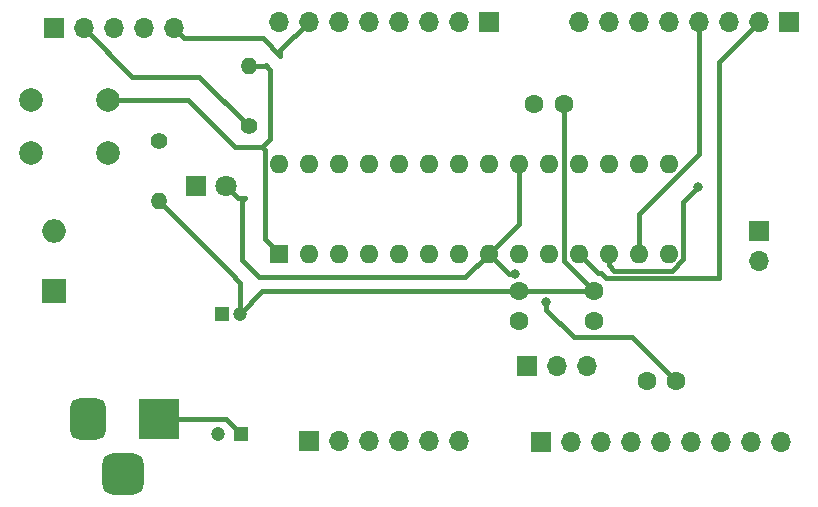
<source format=gbr>
%TF.GenerationSoftware,KiCad,Pcbnew,(6.0.1)*%
%TF.CreationDate,2022-02-10T17:55:29+03:30*%
%TF.ProjectId,PIC Microcontroller Development Board,50494320-4d69-4637-926f-636f6e74726f,rev?*%
%TF.SameCoordinates,Original*%
%TF.FileFunction,Copper,L2,Bot*%
%TF.FilePolarity,Positive*%
%FSLAX46Y46*%
G04 Gerber Fmt 4.6, Leading zero omitted, Abs format (unit mm)*
G04 Created by KiCad (PCBNEW (6.0.1)) date 2022-02-10 17:55:29*
%MOMM*%
%LPD*%
G01*
G04 APERTURE LIST*
G04 Aperture macros list*
%AMRoundRect*
0 Rectangle with rounded corners*
0 $1 Rounding radius*
0 $2 $3 $4 $5 $6 $7 $8 $9 X,Y pos of 4 corners*
0 Add a 4 corners polygon primitive as box body*
4,1,4,$2,$3,$4,$5,$6,$7,$8,$9,$2,$3,0*
0 Add four circle primitives for the rounded corners*
1,1,$1+$1,$2,$3*
1,1,$1+$1,$4,$5*
1,1,$1+$1,$6,$7*
1,1,$1+$1,$8,$9*
0 Add four rect primitives between the rounded corners*
20,1,$1+$1,$2,$3,$4,$5,0*
20,1,$1+$1,$4,$5,$6,$7,0*
20,1,$1+$1,$6,$7,$8,$9,0*
20,1,$1+$1,$8,$9,$2,$3,0*%
G04 Aperture macros list end*
%TA.AperFunction,ComponentPad*%
%ADD10R,1.600000X1.600000*%
%TD*%
%TA.AperFunction,ComponentPad*%
%ADD11O,1.600000X1.600000*%
%TD*%
%TA.AperFunction,ComponentPad*%
%ADD12R,2.000000X2.000000*%
%TD*%
%TA.AperFunction,ComponentPad*%
%ADD13O,2.000000X2.000000*%
%TD*%
%TA.AperFunction,ComponentPad*%
%ADD14C,2.000000*%
%TD*%
%TA.AperFunction,ComponentPad*%
%ADD15C,1.400000*%
%TD*%
%TA.AperFunction,ComponentPad*%
%ADD16O,1.400000X1.400000*%
%TD*%
%TA.AperFunction,ComponentPad*%
%ADD17R,1.700000X1.700000*%
%TD*%
%TA.AperFunction,ComponentPad*%
%ADD18O,1.700000X1.700000*%
%TD*%
%TA.AperFunction,ComponentPad*%
%ADD19R,3.500000X3.500000*%
%TD*%
%TA.AperFunction,ComponentPad*%
%ADD20RoundRect,0.750000X-0.750000X-1.000000X0.750000X-1.000000X0.750000X1.000000X-0.750000X1.000000X0*%
%TD*%
%TA.AperFunction,ComponentPad*%
%ADD21RoundRect,0.875000X-0.875000X-0.875000X0.875000X-0.875000X0.875000X0.875000X-0.875000X0.875000X0*%
%TD*%
%TA.AperFunction,ComponentPad*%
%ADD22R,1.800000X1.800000*%
%TD*%
%TA.AperFunction,ComponentPad*%
%ADD23C,1.800000*%
%TD*%
%TA.AperFunction,ComponentPad*%
%ADD24C,1.600000*%
%TD*%
%TA.AperFunction,ComponentPad*%
%ADD25R,1.200000X1.200000*%
%TD*%
%TA.AperFunction,ComponentPad*%
%ADD26C,1.200000*%
%TD*%
%TA.AperFunction,ViaPad*%
%ADD27C,0.800000*%
%TD*%
%TA.AperFunction,Conductor*%
%ADD28C,0.400000*%
%TD*%
G04 APERTURE END LIST*
D10*
%TO.P,U2,1,Vpp/~{MCLR}/RE3*%
%TO.N,MCLR*%
X120660000Y-97780000D03*
D11*
%TO.P,U2,2,RA0/AN0*%
%TO.N,RA0*%
X123200000Y-97780000D03*
%TO.P,U2,3,RA1/AN1*%
%TO.N,RA1*%
X125740000Y-97780000D03*
%TO.P,U2,4,RA2/AN2/Vref-/CVref*%
%TO.N,RA2*%
X128280000Y-97780000D03*
%TO.P,U2,5,RA3/AN3/Vref+*%
%TO.N,RA3*%
X130820000Y-97780000D03*
%TO.P,U2,6,RA4/T0CKI/C1OUT/RCV*%
%TO.N,RA4*%
X133360000Y-97780000D03*
%TO.P,U2,7,RA5/AN4/~{SS}/HLVDIN/C2OUT*%
%TO.N,RA5*%
X135900000Y-97780000D03*
%TO.P,U2,8,VSS*%
%TO.N,+5V*%
X138440000Y-97780000D03*
%TO.P,U2,9,OSC1/CLKI*%
%TO.N,OSC1*%
X140980000Y-97780000D03*
%TO.P,U2,10,RA6/OSC2/CLKO*%
%TO.N,OSC2*%
X143520000Y-97780000D03*
%TO.P,U2,11,T1OSO/T13CKI/RC0*%
%TO.N,RC0*%
X146060000Y-97780000D03*
%TO.P,U2,12,~{UOE}/CCP2/T1OSI/RC1*%
%TO.N,RC1*%
X148600000Y-97780000D03*
%TO.P,U2,13,CCP1/RC2*%
%TO.N,RC2*%
X151140000Y-97780000D03*
%TO.P,U2,14,VUSB*%
%TO.N,VUSB*%
X153680000Y-97780000D03*
%TO.P,U2,15,VM/D-/RC4*%
%TO.N,RC4*%
X153680000Y-90160000D03*
%TO.P,U2,16,VP/D+/RC5*%
%TO.N,RC5*%
X151140000Y-90160000D03*
%TO.P,U2,17,TX/CK/RC6*%
%TO.N,RC6*%
X148600000Y-90160000D03*
%TO.P,U2,18,SDO/RX/DT/RC7*%
%TO.N,RC7*%
X146060000Y-90160000D03*
%TO.P,U2,19,VSS*%
%TO.N,+5V*%
X143520000Y-90160000D03*
%TO.P,U2,20,VDD*%
X140980000Y-90160000D03*
%TO.P,U2,21,RB0/AN12/INT0/FLT0/SDI/SDA*%
%TO.N,RB0*%
X138440000Y-90160000D03*
%TO.P,U2,22,RB1/AN10/INT1/SCK/SCL*%
%TO.N,RB1*%
X135900000Y-90160000D03*
%TO.P,U2,23,RB2/AN8/INT2/VMO*%
%TO.N,RB2*%
X133360000Y-90160000D03*
%TO.P,U2,24,RB3/AN9/CCP2/VPO*%
%TO.N,RB3*%
X130820000Y-90160000D03*
%TO.P,U2,25,RB4/AN11/KBI0*%
%TO.N,RB4*%
X128280000Y-90160000D03*
%TO.P,U2,26,RB5/KBI1/PGM*%
%TO.N,RB5*%
X125740000Y-90160000D03*
%TO.P,U2,27,RB6/KBI2/PGC*%
%TO.N,RB6*%
X123200000Y-90160000D03*
%TO.P,U2,28,RB7/KBI3/PGD*%
%TO.N,RB7*%
X120660000Y-90160000D03*
%TD*%
D12*
%TO.P,U1,1,IN*%
%TO.N,Vin*%
X101600000Y-100965000D03*
D13*
%TO.P,U1,2,GND*%
%TO.N,GND*%
X101600000Y-95885000D03*
%TD*%
D14*
%TO.P,SW1,1,1*%
%TO.N,MCLR*%
X106195000Y-84745000D03*
X99695000Y-84745000D03*
%TO.P,SW1,2,2*%
%TO.N,GND*%
X106195000Y-89245000D03*
X99695000Y-89245000D03*
%TD*%
D15*
%TO.P,R2,1*%
%TO.N,Net-(D1-Pad1)*%
X110490000Y-88265000D03*
D16*
%TO.P,R2,2*%
%TO.N,GND*%
X110490000Y-93345000D03*
%TD*%
D15*
%TO.P,R1,1*%
%TO.N,+5V*%
X118110000Y-86995000D03*
D16*
%TO.P,R1,2*%
%TO.N,MCLR*%
X118110000Y-81915000D03*
%TD*%
D17*
%TO.P,J8,1,Pin_1*%
%TO.N,OSC1*%
X141645000Y-107315000D03*
D18*
%TO.P,J8,2,Pin_2*%
%TO.N,GND*%
X144185000Y-107315000D03*
%TO.P,J8,3,Pin_3*%
%TO.N,OSC2*%
X146725000Y-107315000D03*
%TD*%
D17*
%TO.P,J7,1,Pin_1*%
%TO.N,MCLR*%
X101630000Y-78715000D03*
D18*
%TO.P,J7,2,Pin_2*%
%TO.N,+5V*%
X104170000Y-78715000D03*
%TO.P,J7,3,Pin_3*%
%TO.N,GND*%
X106710000Y-78715000D03*
%TO.P,J7,4,Pin_4*%
%TO.N,RB7*%
X109250000Y-78715000D03*
%TO.P,J7,5,Pin_5*%
%TO.N,RB6*%
X111790000Y-78715000D03*
%TD*%
D17*
%TO.P,J6,1,Pin_1*%
%TO.N,VUSB*%
X163815000Y-78155000D03*
D18*
%TO.P,J6,2,Pin_2*%
%TO.N,RC0*%
X161275000Y-78155000D03*
%TO.P,J6,3,Pin_3*%
%TO.N,RC1*%
X158735000Y-78155000D03*
%TO.P,J6,4,Pin_4*%
%TO.N,RC2*%
X156195000Y-78155000D03*
%TO.P,J6,5,Pin_5*%
%TO.N,RC4*%
X153655000Y-78155000D03*
%TO.P,J6,6,Pin_6*%
%TO.N,RC5*%
X151115000Y-78155000D03*
%TO.P,J6,7,Pin_7*%
%TO.N,RC6*%
X148575000Y-78155000D03*
%TO.P,J6,8,Pin_8*%
%TO.N,RC7*%
X146035000Y-78155000D03*
%TD*%
D17*
%TO.P,J5,1,Pin_1*%
%TO.N,RB0*%
X138430000Y-78130000D03*
D18*
%TO.P,J5,2,Pin_2*%
%TO.N,RB1*%
X135890000Y-78130000D03*
%TO.P,J5,3,Pin_3*%
%TO.N,RB2*%
X133350000Y-78130000D03*
%TO.P,J5,4,Pin_4*%
%TO.N,RB3*%
X130810000Y-78130000D03*
%TO.P,J5,5,Pin_5*%
%TO.N,RB4*%
X128270000Y-78130000D03*
%TO.P,J5,6,Pin_6*%
%TO.N,RB5*%
X125730000Y-78130000D03*
%TO.P,J5,7,Pin_7*%
%TO.N,RB6*%
X123190000Y-78130000D03*
%TO.P,J5,8,Pin_8*%
%TO.N,RB7*%
X120650000Y-78130000D03*
%TD*%
D17*
%TO.P,J4,1,Pin_1*%
%TO.N,RA0*%
X123190000Y-113665000D03*
D18*
%TO.P,J4,2,Pin_2*%
%TO.N,RA1*%
X125730000Y-113665000D03*
%TO.P,J4,3,Pin_3*%
%TO.N,RA2*%
X128270000Y-113665000D03*
%TO.P,J4,4,Pin_4*%
%TO.N,RA3*%
X130810000Y-113665000D03*
%TO.P,J4,5,Pin_5*%
%TO.N,RA4*%
X133350000Y-113665000D03*
%TO.P,J4,6,Pin_6*%
%TO.N,RA5*%
X135890000Y-113665000D03*
%TD*%
D17*
%TO.P,J3,1,Pin_1*%
%TO.N,Vin*%
X142875000Y-113690000D03*
D18*
%TO.P,J3,2,Pin_2*%
%TO.N,GND*%
X145415000Y-113690000D03*
%TO.P,J3,3,Pin_3*%
X147955000Y-113690000D03*
%TO.P,J3,4,Pin_4*%
X150495000Y-113690000D03*
%TO.P,J3,5,Pin_5*%
X153035000Y-113690000D03*
%TO.P,J3,6,Pin_6*%
%TO.N,+5V*%
X155575000Y-113690000D03*
%TO.P,J3,7,Pin_7*%
X158115000Y-113690000D03*
%TO.P,J3,8,Pin_8*%
X160655000Y-113690000D03*
%TO.P,J3,9,Pin_9*%
X163195000Y-113690000D03*
%TD*%
D19*
%TO.P,J2,1*%
%TO.N,Vin*%
X110490000Y-111760000D03*
D20*
%TO.P,J2,2*%
%TO.N,GND*%
X104490000Y-111760000D03*
D21*
%TO.P,J2,3*%
%TO.N,N/C*%
X107490000Y-116460000D03*
%TD*%
D17*
%TO.P,J1,1,Pin_1*%
%TO.N,GND*%
X161290000Y-95880000D03*
D18*
%TO.P,J1,2,Pin_2*%
X161290000Y-98420000D03*
%TD*%
D22*
%TO.P,D1,1,K*%
%TO.N,Net-(D1-Pad1)*%
X113660000Y-92075000D03*
D23*
%TO.P,D1,2,A*%
%TO.N,+5V*%
X116200000Y-92075000D03*
%TD*%
D24*
%TO.P,C6,1*%
%TO.N,OSC2*%
X147360000Y-103485000D03*
%TO.P,C6,2*%
%TO.N,GND*%
X147360000Y-100985000D03*
%TD*%
%TO.P,C5,1*%
%TO.N,GND*%
X141010000Y-100985000D03*
%TO.P,C5,2*%
%TO.N,OSC1*%
X141010000Y-103485000D03*
%TD*%
%TO.P,C4,1*%
%TO.N,+5V*%
X154305000Y-108585000D03*
%TO.P,C4,2*%
%TO.N,GND*%
X151805000Y-108585000D03*
%TD*%
D25*
%TO.P,C3,1*%
%TO.N,Vin*%
X117475000Y-113030000D03*
D26*
%TO.P,C3,2*%
%TO.N,GND*%
X115475000Y-113030000D03*
%TD*%
D24*
%TO.P,C2,1*%
%TO.N,+5V*%
X142260000Y-85090000D03*
%TO.P,C2,2*%
%TO.N,GND*%
X144760000Y-85090000D03*
%TD*%
D25*
%TO.P,C1,1*%
%TO.N,+5V*%
X115867400Y-102870000D03*
D26*
%TO.P,C1,2*%
%TO.N,GND*%
X117367400Y-102870000D03*
%TD*%
D27*
%TO.N,RC1*%
X156108400Y-92151200D03*
%TO.N,+5V*%
X140614400Y-99466400D03*
X143306800Y-101854000D03*
%TD*%
D28*
%TO.N,RC1*%
X148600000Y-98765200D02*
X148600000Y-97780000D01*
X153943966Y-99212400D02*
X149047200Y-99212400D01*
X149047200Y-99212400D02*
X148600000Y-98765200D01*
X154879511Y-98276855D02*
X153943966Y-99212400D01*
X154879511Y-93380089D02*
X154879511Y-98276855D01*
X156108400Y-92151200D02*
X154879511Y-93380089D01*
%TO.N,GND*%
X144760000Y-98385000D02*
X147360000Y-100985000D01*
X144760000Y-85090000D02*
X144760000Y-98385000D01*
%TO.N,+5V*%
X140980000Y-95240000D02*
X138440000Y-97780000D01*
X140980000Y-90160000D02*
X140980000Y-95240000D01*
X117190600Y-93065600D02*
X116200000Y-92075000D01*
X117500400Y-98298000D02*
X117500400Y-93319600D01*
X118973600Y-99771200D02*
X117500400Y-98298000D01*
X117500400Y-93319600D02*
X117754400Y-93065600D01*
X136448800Y-99771200D02*
X118973600Y-99771200D01*
X117754400Y-93065600D02*
X117190600Y-93065600D01*
X138440000Y-97780000D02*
X136448800Y-99771200D01*
X140126400Y-99466400D02*
X138440000Y-97780000D01*
X140614400Y-99466400D02*
X140126400Y-99466400D01*
X145643600Y-104851200D02*
X143306800Y-102514400D01*
X150571200Y-104851200D02*
X145643600Y-104851200D01*
X143306800Y-102514400D02*
X143306800Y-101854000D01*
X154305000Y-108585000D02*
X150571200Y-104851200D01*
%TO.N,MCLR*%
X119460489Y-88980489D02*
X119227600Y-88747600D01*
X119460489Y-96580489D02*
X119460489Y-88980489D01*
X120660000Y-97780000D02*
X119460489Y-96580489D01*
X119456200Y-81915000D02*
X118110000Y-81915000D01*
X119532400Y-81838800D02*
X119456200Y-81915000D01*
X119938800Y-82245200D02*
X119532400Y-81838800D01*
X119938800Y-88036400D02*
X119938800Y-82245200D01*
X119227600Y-88747600D02*
X119938800Y-88036400D01*
X116941600Y-88747600D02*
X119227600Y-88747600D01*
X112939000Y-84745000D02*
X116941600Y-88747600D01*
X106195000Y-84745000D02*
X112939000Y-84745000D01*
%TO.N,RB6*%
X120751600Y-80568400D02*
X123190000Y-78130000D01*
X120751600Y-81026000D02*
X120751600Y-80568400D01*
X119290600Y-79565000D02*
X120751600Y-81026000D01*
X112640000Y-79565000D02*
X119290600Y-79565000D01*
X111790000Y-78715000D02*
X112640000Y-79565000D01*
%TO.N,+5V*%
X113919000Y-82804000D02*
X118110000Y-86995000D01*
X108259000Y-82804000D02*
X113919000Y-82804000D01*
X104170000Y-78715000D02*
X108259000Y-82804000D01*
%TO.N,Vin*%
X116205000Y-111760000D02*
X117475000Y-113030000D01*
X110490000Y-111760000D02*
X116205000Y-111760000D01*
%TO.N,GND*%
X116484400Y-99339400D02*
X110490000Y-93345000D01*
X116484400Y-99364800D02*
X116484400Y-99339400D01*
X117367400Y-100247800D02*
X116484400Y-99364800D01*
X117367400Y-102870000D02*
X117367400Y-100247800D01*
X141010000Y-100985000D02*
X147360000Y-100985000D01*
X119252400Y-100985000D02*
X117367400Y-102870000D01*
X141010000Y-100985000D02*
X119252400Y-100985000D01*
%TO.N,RC2*%
X151140000Y-94396366D02*
X151140000Y-97780000D01*
X156195000Y-89341366D02*
X151140000Y-94396366D01*
X156195000Y-78155000D02*
X156195000Y-89341366D01*
%TO.N,RC0*%
X147929600Y-99415600D02*
X147695600Y-99415600D01*
X147695600Y-99415600D02*
X146060000Y-97780000D01*
X148336000Y-99822000D02*
X147929600Y-99415600D01*
X157886400Y-99822000D02*
X148336000Y-99822000D01*
X157886400Y-81543600D02*
X157886400Y-99822000D01*
X161275000Y-78155000D02*
X157886400Y-81543600D01*
%TD*%
M02*

</source>
